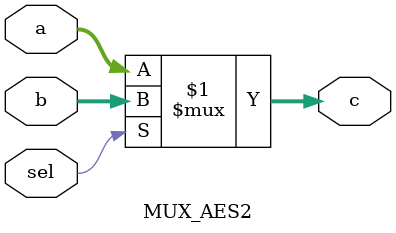
<source format=v>
module MUX_AES2(
    input [31:0] a, // a là tín hiệu AES
    input [31:0] b, 
    input sel,
    output [31:0] c
);
    assign c = (sel) ? b : a;
endmodule

</source>
